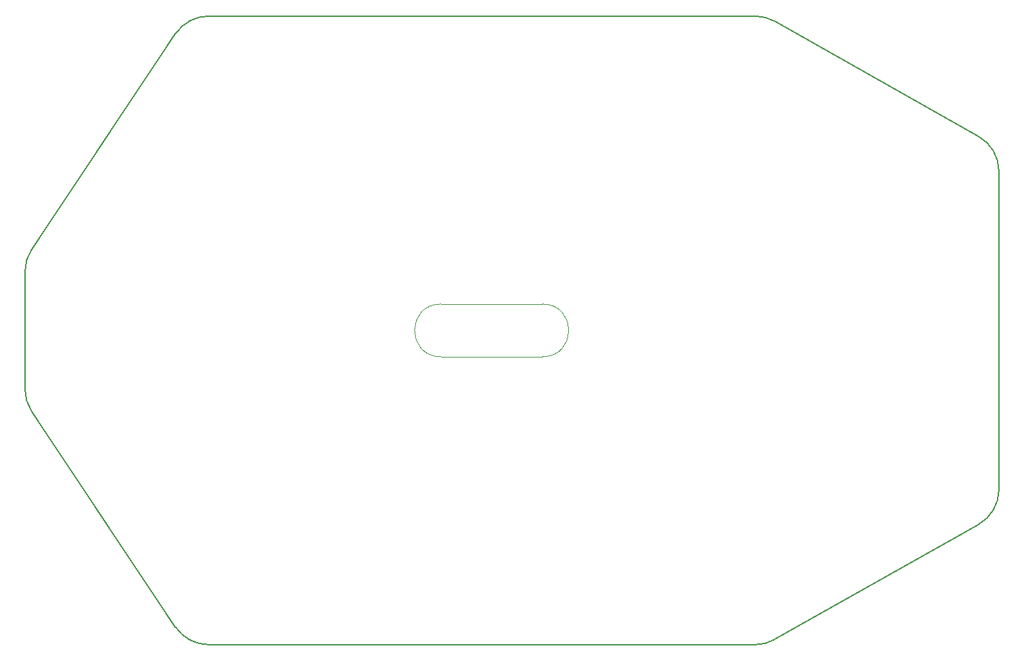
<source format=gbr>
G04 #@! TF.GenerationSoftware,KiCad,Pcbnew,8.0.7*
G04 #@! TF.CreationDate,2025-12-06T16:12:50-05:00*
G04 #@! TF.ProjectId,TPL-GridSwitch,54504c2d-4772-4696-9453-77697463682e,rev?*
G04 #@! TF.SameCoordinates,Original*
G04 #@! TF.FileFunction,Profile,NP*
%FSLAX46Y46*%
G04 Gerber Fmt 4.6, Leading zero omitted, Abs format (unit mm)*
G04 Created by KiCad (PCBNEW 8.0.7) date 2025-12-06 16:12:50*
%MOMM*%
%LPD*%
G01*
G04 APERTURE LIST*
G04 #@! TA.AperFunction,Profile*
%ADD10C,0.100000*%
G04 #@! TD*
G04 #@! TA.AperFunction,Profile*
%ADD11C,0.150000*%
G04 #@! TD*
G04 APERTURE END LIST*
D10*
X-6350000Y-3302000D02*
X6350000Y-3302000D01*
D11*
X-58420000Y7376122D02*
G75*
G02*
X-57580251Y10149623I4999997J0D01*
G01*
X-58420000Y0D02*
X-58420000Y7376122D01*
X-39584333Y37143501D02*
G75*
G02*
X-35424081Y39370000I4160252J-2773502D01*
G01*
X32974735Y39370000D02*
G75*
G02*
X35435032Y38722833I-35J-5000300D01*
G01*
X60960286Y-24295490D02*
X35435021Y-38722814D01*
X63500000Y-19942676D02*
G75*
G02*
X60960286Y-24295490I-5000180J106D01*
G01*
X60960286Y24295490D02*
G75*
G02*
X63499979Y19942676I-2460286J-4352790D01*
G01*
X35435021Y-38722814D02*
G75*
G02*
X32974735Y-39370004I-2460321J4352914D01*
G01*
X60960286Y24295490D02*
X35435021Y38722814D01*
X63500000Y-19942676D02*
X63500000Y0D01*
D10*
X6350000Y3302000D02*
G75*
G02*
X6350000Y-3302000I0J-3302000D01*
G01*
D11*
X-58420000Y0D02*
X-58420000Y-7376122D01*
X-57580251Y-10149623D02*
G75*
G02*
X-58420000Y-7376122I4160248J2773501D01*
G01*
D10*
X-6350000Y-3302000D02*
G75*
G02*
X-6350000Y3302000I0J3302000D01*
G01*
D11*
X-35424081Y-39370000D02*
X32974735Y-39370000D01*
X-35424081Y39370000D02*
X32974735Y39370000D01*
X-57580251Y10149623D02*
X-39584333Y37143501D01*
X-35424081Y-39370000D02*
G75*
G02*
X-39584333Y-37143501I0J5000001D01*
G01*
D10*
X-6350000Y3302000D02*
X6350000Y3302000D01*
D11*
X-57580251Y-10149623D02*
X-39584333Y-37143501D01*
X63500000Y19942676D02*
X63500000Y0D01*
M02*

</source>
